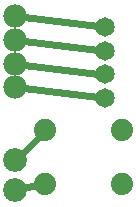
<source format=gtl>
G04 MADE WITH FRITZING*
G04 WWW.FRITZING.ORG*
G04 DOUBLE SIDED*
G04 HOLES PLATED*
G04 CONTOUR ON CENTER OF CONTOUR VECTOR*
%ASAXBY*%
%FSLAX23Y23*%
%MOIN*%
%OFA0B0*%
%SFA1.0B1.0*%
%ADD10C,0.065000*%
%ADD11C,0.078000*%
%ADD12C,0.079370*%
%ADD13C,0.074000*%
%ADD14C,0.024000*%
%LNCOPPER1*%
G90*
G70*
G54D10*
X428Y650D03*
X428Y571D03*
X428Y493D03*
X428Y414D03*
G54D11*
X128Y450D03*
X128Y529D03*
X128Y607D03*
X128Y686D03*
G54D12*
X128Y207D03*
X128Y107D03*
G54D13*
X228Y307D03*
X484Y307D03*
X228Y129D03*
X484Y129D03*
X228Y307D03*
X484Y307D03*
X228Y129D03*
X484Y129D03*
G54D14*
X158Y446D02*
X404Y417D01*
D02*
X158Y525D02*
X404Y495D01*
D02*
X158Y604D02*
X404Y574D01*
D02*
X158Y683D02*
X404Y653D01*
D02*
X206Y285D02*
X150Y229D01*
D02*
X198Y123D02*
X158Y114D01*
G04 End of Copper1*
M02*
</source>
